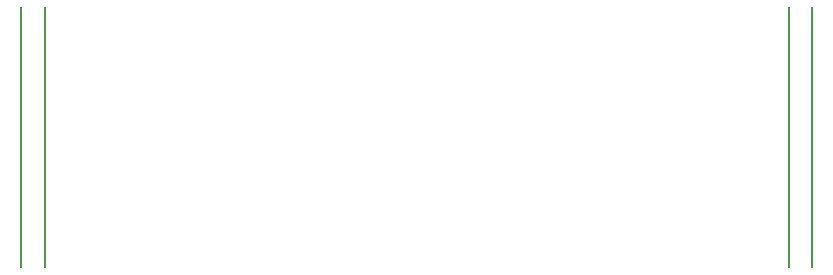
<source format=gbr>
G04 #@! TF.GenerationSoftware,KiCad,Pcbnew,5.0.0-fee4fd1~66~ubuntu16.04.1*
G04 #@! TF.CreationDate,2018-09-26T21:25:10+02:00*
G04 #@! TF.ProjectId,bus-splitter,6275732D73706C69747465722E6B6963,A*
G04 #@! TF.SameCoordinates,Original*
G04 #@! TF.FileFunction,Other,Comment*
%FSLAX46Y46*%
G04 Gerber Fmt 4.6, Leading zero omitted, Abs format (unit mm)*
G04 Created by KiCad (PCBNEW 5.0.0-fee4fd1~66~ubuntu16.04.1) date Wed Sep 26 21:25:10 2018*
%MOMM*%
%LPD*%
G01*
G04 APERTURE LIST*
%ADD10C,0.200000*%
G04 APERTURE END LIST*
D10*
X180000000Y-97000000D02*
X180000000Y-75000000D01*
X178000000Y-75000000D02*
X178000000Y-97000000D01*
X113000000Y-97000000D02*
X113000000Y-75000000D01*
X115000000Y-75000000D02*
X115000000Y-97000000D01*
M02*

</source>
